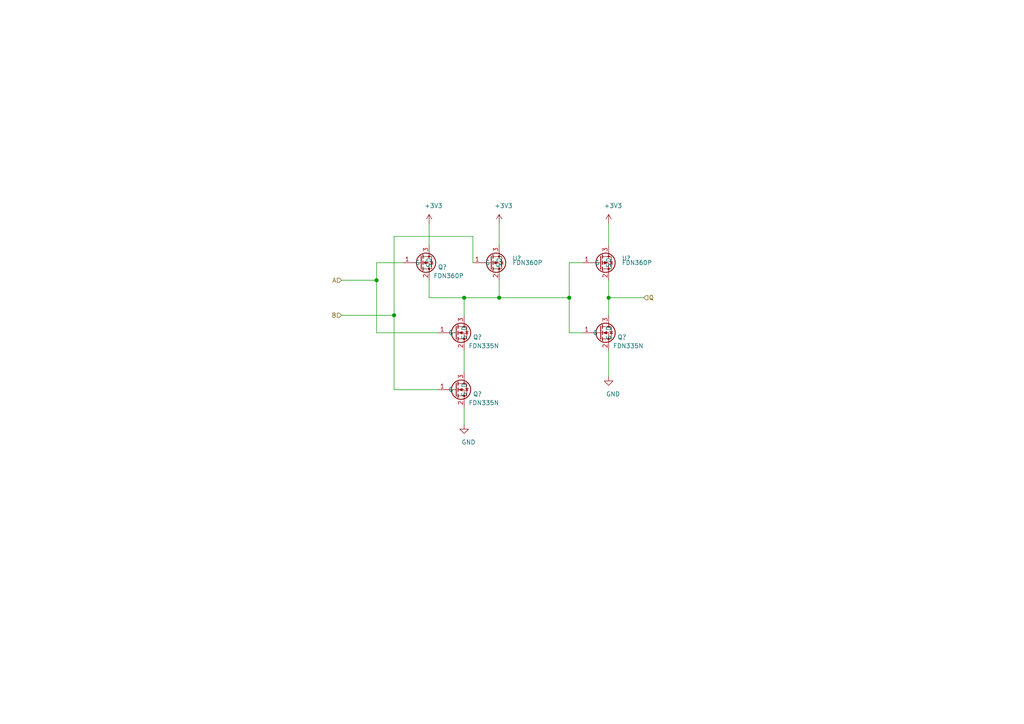
<source format=kicad_sch>
(kicad_sch (version 20200828) (generator eeschema)
  (page 0 26)
  (paper "A4")
  (lib_symbols
    (symbol "Custom_Transistors:FDN335N"
      (property "Reference" "Q" (at 9.525 -13.97 0))
      (property "Value" "FDN335N" (at 9.525 -13.97 0))
      (symbol "FDN335N_0_1"
        (circle (center -0.889 0) (radius 2.794) (stroke (width 0.254)))
        (circle (center 0 -1.778) (radius 0.254) (fill (type outline)))
        (circle (center 0 1.778) (radius 0.254) (fill (type outline)))
        (polyline (pts (xy -2.286 0) (xy -5.08 0)))
        (polyline (pts (xy -2.286 1.905) (xy -2.286 -1.905)) (stroke (width 0.254)))
        (polyline (pts (xy -1.778 -1.27) (xy -1.778 -2.286)) (stroke (width 0.254)))
        (polyline (pts (xy -1.778 0.508) (xy -1.778 -0.508)) (stroke (width 0.254)))
        (polyline (pts (xy -1.778 2.286) (xy -1.778 1.27)) (stroke (width 0.254)))
        (polyline (pts (xy 0 2.54) (xy 0 1.778)))
        (polyline (pts (xy 0 -2.54) (xy 0 0) (xy -1.778 0)))
        (polyline (pts (xy -1.778 -1.778) (xy 0.762 -1.778) (xy 0.762 1.778) (xy -1.778 1.778)))
        (polyline (pts (xy -1.524 0) (xy -0.508 0.381) (xy -0.508 -0.381) (xy -1.524 0)) (fill (type outline)))
        (polyline (pts (xy 0.254 0.508) (xy 0.381 0.381) (xy 1.143 0.381) (xy 1.27 0.254)))
        (polyline (pts (xy 0.762 0.381) (xy 0.381 -0.254) (xy 1.143 -0.254) (xy 0.762 0.381)))
      )
      (symbol "FDN335N_1_1"
        (pin passive line (at 0 5.08 270) (length 2.54) (name "D") (number "3"))
        (pin input line (at -7.62 0 0) (length 2.54) (name "G") (number "1"))
        (pin passive line (at 0 -5.08 90) (length 2.54) (name "S") (number "2"))
      )
    )
    (symbol "Custom_Transistors:FDN360P" (pin_names (offset 1.016))
      (property "Reference" "Q" (at 27.94 -11.43 0))
      (property "Value" "FDN360P" (at 27.94 -11.43 0))
      (symbol "FDN360P_0_1"
        (circle (center -0.889 0) (radius 2.794) (stroke (width 0.254)))
        (circle (center 0 -1.778) (radius 0.254) (fill (type outline)))
        (circle (center 0 1.778) (radius 0.254) (fill (type outline)))
        (polyline (pts (xy -2.286 0) (xy -5.08 0)))
        (polyline (pts (xy -2.286 1.905) (xy -2.286 -1.905)) (stroke (width 0.254)))
        (polyline (pts (xy -1.778 -1.27) (xy -1.778 -2.286)) (stroke (width 0.254)))
        (polyline (pts (xy -1.778 0.508) (xy -1.778 -0.508)) (stroke (width 0.254)))
        (polyline (pts (xy -1.778 2.286) (xy -1.778 1.27)) (stroke (width 0.254)))
        (polyline (pts (xy 0 2.54) (xy 0 1.778)))
        (polyline (pts (xy 0 -2.54) (xy 0 0) (xy -1.778 0)))
        (polyline (pts (xy -1.778 1.778) (xy 0.762 1.778) (xy 0.762 -1.778) (xy -1.778 -1.778)))
        (polyline (pts (xy -0.254 0) (xy -1.27 0.381) (xy -1.27 -0.381) (xy -0.254 0)) (fill (type outline)))
        (polyline (pts (xy 0.254 -0.508) (xy 0.381 -0.381) (xy 1.143 -0.381) (xy 1.27 -0.254)))
        (polyline (pts (xy 0.762 -0.381) (xy 0.381 0.254) (xy 1.143 0.254) (xy 0.762 -0.381)))
      )
      (symbol "FDN360P_1_1"
        (pin passive line (at 0 5.08 270) (length 2.54) (name "D") (number "3"))
        (pin input line (at -7.62 0 0) (length 2.54) (name "G") (number "1"))
        (pin passive line (at 0 -5.08 90) (length 2.54) (name "S") (number "2"))
      )
    )
    (symbol "power:+3V3" (power) (pin_names (offset 0))
      (property "Value" "+3V3" (at 0 3.556 0))
      (symbol "+3V3_0_1"
        (polyline (pts (xy -0.762 1.27) (xy 0 2.54)))
        (polyline (pts (xy 0 0) (xy 0 2.54)))
        (polyline (pts (xy 0 2.54) (xy 0.762 1.27)))
      )
      (symbol "+3V3_1_1"
        (pin power_in line (at 0 0 90) (length 0) hide (name "+3V3") (number "1"))
      )
    )
    (symbol "power:GND" (power) (pin_names (offset 0))
      (property "Value" "GND" (at 0 -3.81 0))
      (symbol "GND_0_1"
        (polyline (pts (xy 0 0) (xy 0 -1.27) (xy 1.27 -1.27) (xy 0 -2.54) (xy -1.27 -1.27) (xy 0 -1.27)))
      )
      (symbol "GND_1_1"
        (pin power_in line (at 0 0 270) (length 0) hide (name "GND") (number "1"))
      )
    )
  )
  (junction (at 109.22 81.28) (diameter 1.016))
  (junction (at 114.3 91.44) (diameter 1.016))
  (junction (at 134.62 86.36) (diameter 1.016))
  (junction (at 144.78 86.36) (diameter 1.016))
  (junction (at 165.1 86.36) (diameter 1.016))
  (junction (at 176.53 86.36) (diameter 1.016))
  (wire (pts (xy 99.06 81.28) (xy 109.22 81.28)))
  (wire (pts (xy 99.06 91.44) (xy 114.3 91.44)))
  (wire (pts (xy 109.22 76.2) (xy 109.22 81.28)))
  (wire (pts (xy 109.22 76.2) (xy 116.84 76.2)))
  (wire (pts (xy 109.22 81.28) (xy 109.22 96.52)))
  (wire (pts (xy 109.22 96.52) (xy 127 96.52)))
  (wire (pts (xy 114.3 68.58) (xy 114.3 91.44)))
  (wire (pts (xy 114.3 68.58) (xy 137.16 68.58)))
  (wire (pts (xy 114.3 91.44) (xy 114.3 113.03)))
  (wire (pts (xy 114.3 113.03) (xy 127 113.03)))
  (wire (pts (xy 124.46 64.77) (xy 124.46 71.12)))
  (wire (pts (xy 124.46 86.36) (xy 124.46 81.28)))
  (wire (pts (xy 134.62 86.36) (xy 124.46 86.36)))
  (wire (pts (xy 134.62 86.36) (xy 144.78 86.36)))
  (wire (pts (xy 134.62 91.44) (xy 134.62 86.36)))
  (wire (pts (xy 134.62 101.6) (xy 134.62 107.95)))
  (wire (pts (xy 134.62 118.11) (xy 134.62 123.19)))
  (wire (pts (xy 137.16 76.2) (xy 137.16 68.58)))
  (wire (pts (xy 144.78 64.77) (xy 144.78 71.12)))
  (wire (pts (xy 144.78 86.36) (xy 144.78 81.28)))
  (wire (pts (xy 144.78 86.36) (xy 165.1 86.36)))
  (wire (pts (xy 165.1 76.2) (xy 165.1 86.36)))
  (wire (pts (xy 165.1 86.36) (xy 165.1 96.52)))
  (wire (pts (xy 165.1 96.52) (xy 168.91 96.52)))
  (wire (pts (xy 168.91 76.2) (xy 165.1 76.2)))
  (wire (pts (xy 176.53 64.77) (xy 176.53 71.12)))
  (wire (pts (xy 176.53 81.28) (xy 176.53 86.36)))
  (wire (pts (xy 176.53 86.36) (xy 176.53 91.44)))
  (wire (pts (xy 176.53 86.36) (xy 186.69 86.36)))
  (wire (pts (xy 176.53 101.6) (xy 176.53 109.22)))
  (hierarchical_label "A" (shape input) (at 99.06 81.28 180))
  (hierarchical_label "B" (shape input) (at 99.06 91.44 180))
  (hierarchical_label "Q" (shape input) (at 186.69 86.36 0))
  (symbol (lib_id "power:+3V3") (at 124.46 64.77 0)
    (property "Reference" "#PWR?" (effects hide))
    (property "Value" "+3V3" (at 125.73 59.69 0))
  )
  (symbol (lib_id "power:+3V3") (at 144.78 64.77 0)
    (property "Reference" "#PWR?" (effects hide))
    (property "Value" "+3V3" (at 146.05 59.69 0))
  )
  (symbol (lib_id "power:+3V3") (at 176.53 64.77 0)
    (property "Reference" "#PWR?" (effects hide))
    (property "Value" "+3V3" (at 177.8 59.69 0))
  )
  (symbol (lib_id "power:GND") (at 134.62 123.19 0)
    (property "Reference" "#PWR?" (effects hide))
    (property "Value" "GND" (at 135.89 128.27 0))
  )
  (symbol (lib_id "power:GND") (at 176.53 109.22 0)
    (property "Reference" "#PWR?" (effects hide))
    (property "Value" "GND" (at 177.8 114.3 0))
  )
  (symbol (lib_id "Custom_Transistors:FDN360P") (at 124.46 76.2 0)
    (property "Reference" "Q?" (at 127 77.47 0) (effects (justify left)))
    (property "Value" "FDN360P" (at 125.73 80.01 0) (effects (justify left)))
    (property "Footprint" "Package_TO_SOT_SMD:SOT-23" (effects hide))
  )
  (symbol (lib_id "Custom_Transistors:FDN335N") (at 134.62 96.52 0)
    (property "Reference" "Q?" (at 137.16 97.79 0) (effects (justify left)))
    (property "Value" "FDN335N" (at 135.89 100.33 0) (effects (justify left)))
    (property "Footprint" "Package_TO_SOT_SMD:SOT-23" (effects hide))
    (property "Datasheet" "https://datasheet.lcsc.com/szlcsc/ON-Semicon-ON-FDN335N_C241804.pdf" (effects hide))
  )
  (symbol (lib_id "Custom_Transistors:FDN335N") (at 134.62 113.03 0)
    (property "Reference" "Q?" (at 137.16 114.3 0) (effects (justify left)))
    (property "Value" "FDN335N" (at 135.89 116.84 0) (effects (justify left)))
    (property "Footprint" "Package_TO_SOT_SMD:SOT-23" (effects hide))
    (property "Datasheet" "https://datasheet.lcsc.com/szlcsc/ON-Semicon-ON-FDN335N_C241804.pdf" (effects hide))
  )
  (symbol (lib_id "Custom_Transistors:FDN360P") (at 144.78 76.2 0)
    (property "Reference" "U?" (at 148.59 74.93 0) (effects (justify left)))
    (property "Value" "FDN360P" (at 148.59 76.2 0) (effects (justify left)))
    (property "Footprint" "Package_TO_SOT_SMD:SOT-23" (effects hide))
  )
  (symbol (lib_id "Custom_Transistors:FDN360P") (at 176.53 76.2 0)
    (property "Reference" "U?" (at 180.34 74.93 0) (effects (justify left)))
    (property "Value" "FDN360P" (at 180.34 76.2 0) (effects (justify left)))
    (property "Footprint" "Package_TO_SOT_SMD:SOT-23" (effects hide))
  )
  (symbol (lib_id "Custom_Transistors:FDN335N") (at 176.53 96.52 0)
    (property "Reference" "Q?" (at 179.07 97.79 0) (effects (justify left)))
    (property "Value" "FDN335N" (at 177.8 100.33 0) (effects (justify left)))
    (property "Footprint" "Package_TO_SOT_SMD:SOT-23" (effects hide))
    (property "Datasheet" "https://datasheet.lcsc.com/szlcsc/ON-Semicon-ON-FDN335N_C241804.pdf" (effects hide))
  )
)
</source>
